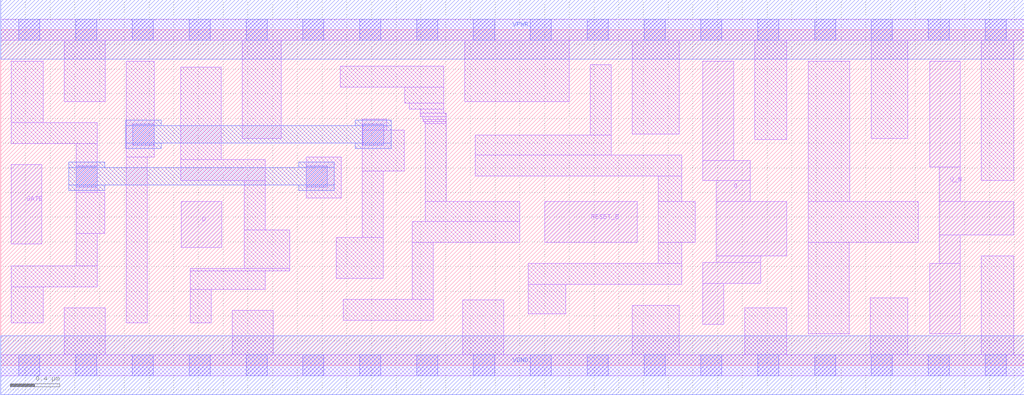
<source format=lef>
# Copyright 2020 The SkyWater PDK Authors
#
# Licensed under the Apache License, Version 2.0 (the "License");
# you may not use this file except in compliance with the License.
# You may obtain a copy of the License at
#
#     https://www.apache.org/licenses/LICENSE-2.0
#
# Unless required by applicable law or agreed to in writing, software
# distributed under the License is distributed on an "AS IS" BASIS,
# WITHOUT WARRANTIES OR CONDITIONS OF ANY KIND, either express or implied.
# See the License for the specific language governing permissions and
# limitations under the License.
#
# SPDX-License-Identifier: Apache-2.0

VERSION 5.7 ;
  NOWIREEXTENSIONATPIN ON ;
  DIVIDERCHAR "/" ;
  BUSBITCHARS "[]" ;
UNITS
  DATABASE MICRONS 200 ;
END UNITS
MACRO sky130_fd_sc_hd__dlrbp_2
  CLASS CORE ;
  FOREIGN sky130_fd_sc_hd__dlrbp_2 ;
  ORIGIN  0.000000  0.000000 ;
  SIZE  8.280000 BY  2.720000 ;
  SYMMETRY X Y R90 ;
  SITE unithd ;
  PIN D
    ANTENNAGATEAREA  0.159000 ;
    DIRECTION INPUT ;
    USE SIGNAL ;
    PORT
      LAYER li1 ;
        RECT 1.460000 0.955000 1.790000 1.325000 ;
    END
  END D
  PIN Q
    ANTENNADIFFAREA  0.478500 ;
    DIRECTION OUTPUT ;
    USE SIGNAL ;
    PORT
      LAYER li1 ;
        RECT 5.680000 0.330000 5.850000 0.665000 ;
        RECT 5.680000 0.665000 6.150000 0.835000 ;
        RECT 5.680000 1.495000 6.065000 1.660000 ;
        RECT 5.680000 1.660000 5.930000 2.465000 ;
        RECT 5.790000 0.835000 6.150000 0.885000 ;
        RECT 5.790000 0.885000 6.360000 1.325000 ;
        RECT 5.790000 1.325000 6.065000 1.495000 ;
    END
  END Q
  PIN Q_N
    ANTENNADIFFAREA  0.445500 ;
    DIRECTION OUTPUT ;
    USE SIGNAL ;
    PORT
      LAYER li1 ;
        RECT 7.515000 0.255000 7.765000 0.825000 ;
        RECT 7.515000 1.605000 7.765000 2.465000 ;
        RECT 7.595000 0.825000 7.765000 1.055000 ;
        RECT 7.595000 1.055000 8.195000 1.325000 ;
        RECT 7.595000 1.325000 7.765000 1.605000 ;
    END
  END Q_N
  PIN RESET_B
    ANTENNAGATEAREA  0.247500 ;
    DIRECTION INPUT ;
    USE SIGNAL ;
    PORT
      LAYER li1 ;
        RECT 4.400000 0.995000 5.150000 1.325000 ;
    END
  END RESET_B
  PIN GATE
    ANTENNAGATEAREA  0.159000 ;
    DIRECTION INPUT ;
    USE CLOCK ;
    PORT
      LAYER li1 ;
        RECT 0.085000 0.985000 0.330000 1.625000 ;
    END
  END GATE
  PIN VGND
    DIRECTION INOUT ;
    SHAPE ABUTMENT ;
    USE GROUND ;
    PORT
      LAYER met1 ;
        RECT 0.000000 -0.240000 8.280000 0.240000 ;
    END
  END VGND
  PIN VPWR
    DIRECTION INOUT ;
    SHAPE ABUTMENT ;
    USE POWER ;
    PORT
      LAYER met1 ;
        RECT 0.000000 2.480000 8.280000 2.960000 ;
    END
  END VPWR
  OBS
    LAYER li1 ;
      RECT 0.000000 -0.085000 8.280000 0.085000 ;
      RECT 0.000000  2.635000 8.280000 2.805000 ;
      RECT 0.085000  0.345000 0.345000 0.635000 ;
      RECT 0.085000  0.635000 0.780000 0.805000 ;
      RECT 0.085000  1.795000 0.780000 1.965000 ;
      RECT 0.085000  1.965000 0.345000 2.465000 ;
      RECT 0.515000  0.085000 0.845000 0.465000 ;
      RECT 0.515000  2.135000 0.845000 2.635000 ;
      RECT 0.610000  0.805000 0.780000 1.070000 ;
      RECT 0.610000  1.070000 0.840000 1.400000 ;
      RECT 0.610000  1.400000 0.780000 1.795000 ;
      RECT 1.015000  0.345000 1.185000 1.685000 ;
      RECT 1.015000  1.685000 1.240000 2.465000 ;
      RECT 1.455000  1.495000 2.140000 1.665000 ;
      RECT 1.455000  1.665000 1.785000 2.415000 ;
      RECT 1.535000  0.345000 1.705000 0.615000 ;
      RECT 1.535000  0.615000 2.140000 0.765000 ;
      RECT 1.535000  0.765000 2.340000 0.785000 ;
      RECT 1.875000  0.085000 2.205000 0.445000 ;
      RECT 1.955000  1.835000 2.270000 2.635000 ;
      RECT 1.970000  0.785000 2.340000 1.095000 ;
      RECT 1.970000  1.095000 2.140000 1.495000 ;
      RECT 2.470000  1.355000 2.755000 1.685000 ;
      RECT 2.715000  0.705000 3.095000 1.035000 ;
      RECT 2.745000  2.255000 3.585000 2.425000 ;
      RECT 2.770000  0.365000 3.500000 0.535000 ;
      RECT 2.925000  1.035000 3.095000 1.575000 ;
      RECT 2.925000  1.575000 3.265000 1.905000 ;
      RECT 2.925000  1.905000 3.125000 1.995000 ;
      RECT 3.270000  2.125000 3.585000 2.255000 ;
      RECT 3.305000  2.075000 3.585000 2.125000 ;
      RECT 3.330000  0.535000 3.500000 0.995000 ;
      RECT 3.330000  0.995000 4.200000 1.165000 ;
      RECT 3.395000  2.015000 3.605000 2.045000 ;
      RECT 3.395000  2.045000 3.585000 2.075000 ;
      RECT 3.415000  1.990000 3.605000 2.015000 ;
      RECT 3.420000  1.975000 3.605000 1.990000 ;
      RECT 3.430000  1.960000 3.605000 1.975000 ;
      RECT 3.435000  1.165000 4.200000 1.325000 ;
      RECT 3.435000  1.325000 3.605000 1.960000 ;
      RECT 3.740000  0.085000 4.070000 0.530000 ;
      RECT 3.755000  2.135000 4.600000 2.635000 ;
      RECT 3.840000  1.535000 5.510000 1.705000 ;
      RECT 3.840000  1.705000 4.940000 1.865000 ;
      RECT 4.270000  0.415000 4.570000 0.655000 ;
      RECT 4.270000  0.655000 5.510000 0.825000 ;
      RECT 4.770000  1.865000 4.940000 2.435000 ;
      RECT 5.110000  0.085000 5.490000 0.485000 ;
      RECT 5.110000  1.875000 5.490000 2.635000 ;
      RECT 5.320000  0.825000 5.510000 0.995000 ;
      RECT 5.320000  0.995000 5.620000 1.325000 ;
      RECT 5.320000  1.325000 5.510000 1.535000 ;
      RECT 6.020000  0.085000 6.360000 0.465000 ;
      RECT 6.100000  1.830000 6.360000 2.635000 ;
      RECT 6.535000  0.255000 6.865000 0.995000 ;
      RECT 6.535000  0.995000 7.425000 1.325000 ;
      RECT 6.535000  1.325000 6.870000 2.465000 ;
      RECT 7.035000  0.085000 7.340000 0.545000 ;
      RECT 7.045000  1.835000 7.340000 2.635000 ;
      RECT 7.935000  0.085000 8.195000 0.885000 ;
      RECT 7.935000  1.495000 8.195000 2.635000 ;
    LAYER mcon ;
      RECT 0.145000 -0.085000 0.315000 0.085000 ;
      RECT 0.145000  2.635000 0.315000 2.805000 ;
      RECT 0.605000 -0.085000 0.775000 0.085000 ;
      RECT 0.605000  2.635000 0.775000 2.805000 ;
      RECT 0.610000  1.445000 0.780000 1.615000 ;
      RECT 1.065000 -0.085000 1.235000 0.085000 ;
      RECT 1.065000  2.635000 1.235000 2.805000 ;
      RECT 1.070000  1.785000 1.240000 1.955000 ;
      RECT 1.525000 -0.085000 1.695000 0.085000 ;
      RECT 1.525000  2.635000 1.695000 2.805000 ;
      RECT 1.985000 -0.085000 2.155000 0.085000 ;
      RECT 1.985000  2.635000 2.155000 2.805000 ;
      RECT 2.445000 -0.085000 2.615000 0.085000 ;
      RECT 2.445000  2.635000 2.615000 2.805000 ;
      RECT 2.470000  1.445000 2.640000 1.615000 ;
      RECT 2.905000 -0.085000 3.075000 0.085000 ;
      RECT 2.905000  2.635000 3.075000 2.805000 ;
      RECT 2.930000  1.785000 3.100000 1.955000 ;
      RECT 3.365000 -0.085000 3.535000 0.085000 ;
      RECT 3.365000  2.635000 3.535000 2.805000 ;
      RECT 3.825000 -0.085000 3.995000 0.085000 ;
      RECT 3.825000  2.635000 3.995000 2.805000 ;
      RECT 4.285000 -0.085000 4.455000 0.085000 ;
      RECT 4.285000  2.635000 4.455000 2.805000 ;
      RECT 4.745000 -0.085000 4.915000 0.085000 ;
      RECT 4.745000  2.635000 4.915000 2.805000 ;
      RECT 5.205000 -0.085000 5.375000 0.085000 ;
      RECT 5.205000  2.635000 5.375000 2.805000 ;
      RECT 5.665000 -0.085000 5.835000 0.085000 ;
      RECT 5.665000  2.635000 5.835000 2.805000 ;
      RECT 6.125000 -0.085000 6.295000 0.085000 ;
      RECT 6.125000  2.635000 6.295000 2.805000 ;
      RECT 6.585000 -0.085000 6.755000 0.085000 ;
      RECT 6.585000  2.635000 6.755000 2.805000 ;
      RECT 7.045000 -0.085000 7.215000 0.085000 ;
      RECT 7.045000  2.635000 7.215000 2.805000 ;
      RECT 7.505000 -0.085000 7.675000 0.085000 ;
      RECT 7.505000  2.635000 7.675000 2.805000 ;
      RECT 7.965000 -0.085000 8.135000 0.085000 ;
      RECT 7.965000  2.635000 8.135000 2.805000 ;
    LAYER met1 ;
      RECT 0.550000 1.415000 0.840000 1.460000 ;
      RECT 0.550000 1.460000 2.700000 1.600000 ;
      RECT 0.550000 1.600000 0.840000 1.645000 ;
      RECT 1.010000 1.755000 1.300000 1.800000 ;
      RECT 1.010000 1.800000 3.160000 1.940000 ;
      RECT 1.010000 1.940000 1.300000 1.985000 ;
      RECT 2.410000 1.415000 2.700000 1.460000 ;
      RECT 2.410000 1.600000 2.700000 1.645000 ;
      RECT 2.870000 1.755000 3.160000 1.800000 ;
      RECT 2.870000 1.940000 3.160000 1.985000 ;
  END
END sky130_fd_sc_hd__dlrbp_2
END LIBRARY

</source>
